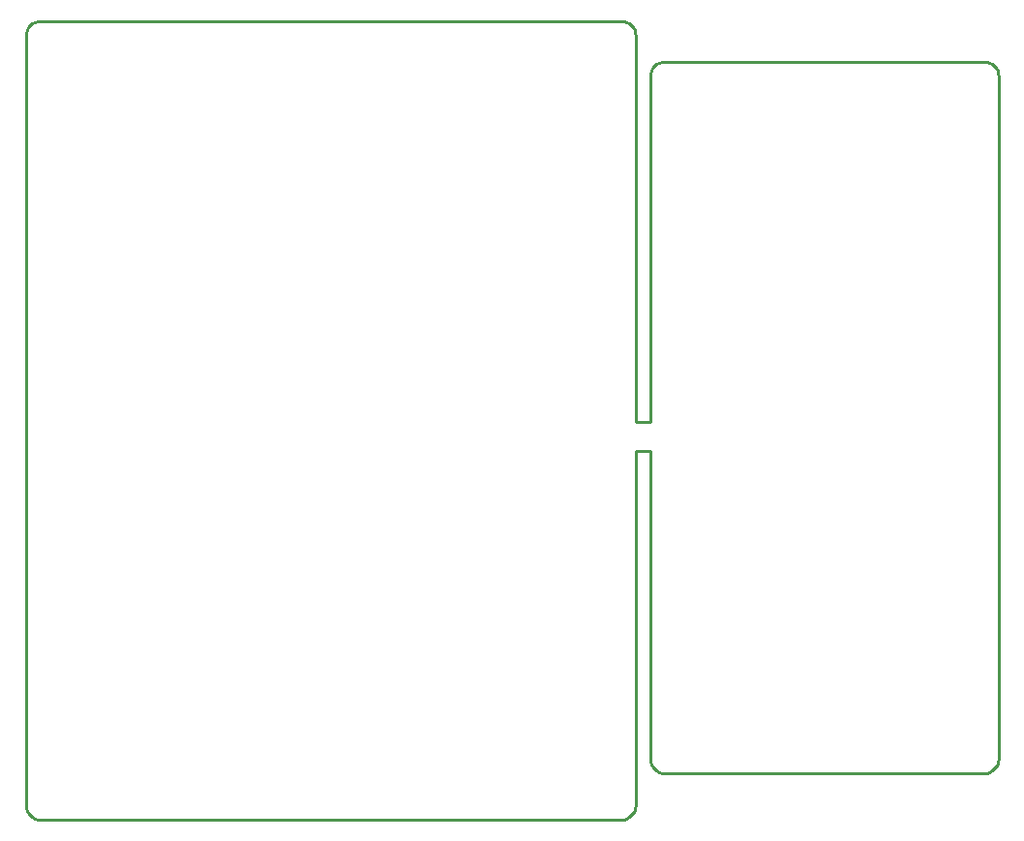
<source format=gko>
G04*
G04 #@! TF.GenerationSoftware,Altium Limited,Altium Designer,21.1.1 (26)*
G04*
G04 Layer_Color=16711935*
%FSLAX25Y25*%
%MOIN*%
G70*
G04*
G04 #@! TF.SameCoordinates,B973CD77-87AE-462C-B300-9D2DE2CD0363*
G04*
G04*
G04 #@! TF.FilePolarity,Positive*
G04*
G01*
G75*
%ADD11C,0.01000*%
D11*
X330000Y16500D02*
X330976Y16596D01*
X331913Y16881D01*
X332778Y17343D01*
X333536Y17965D01*
X334157Y18722D01*
X334619Y19587D01*
X334904Y20525D01*
X335000Y21500D01*
Y256500D02*
X334904Y257475D01*
X334619Y258413D01*
X334157Y259278D01*
X333536Y260035D01*
X332778Y260657D01*
X331913Y261119D01*
X330976Y261404D01*
X330000Y261500D01*
X220000D02*
X219024Y261404D01*
X218087Y261119D01*
X217222Y260657D01*
X216464Y260035D01*
X215843Y259278D01*
X215381Y258413D01*
X215096Y257475D01*
X215000Y256500D01*
Y21500D02*
X215096Y20525D01*
X215381Y19587D01*
X215843Y18722D01*
X216464Y17965D01*
X217222Y17343D01*
X218087Y16881D01*
X219024Y16596D01*
X220000Y16500D01*
X0Y5500D02*
X96Y4524D01*
X381Y3587D01*
X843Y2722D01*
X1464Y1964D01*
X2222Y1343D01*
X3087Y881D01*
X4025Y596D01*
X5000Y500D01*
X205000D02*
X205976Y596D01*
X206913Y881D01*
X207778Y1343D01*
X208536Y1964D01*
X209157Y2722D01*
X209619Y3587D01*
X209904Y4524D01*
X210000Y5500D01*
X5000Y275500D02*
X4025Y275404D01*
X3087Y275119D01*
X2222Y274657D01*
X1464Y274036D01*
X843Y273278D01*
X381Y272413D01*
X96Y271476D01*
X0Y270500D01*
X210000D02*
X209904Y271476D01*
X209619Y272413D01*
X209157Y273278D01*
X208536Y274036D01*
X207778Y274657D01*
X206913Y275119D01*
X205976Y275404D01*
X205000Y275500D01*
X215000Y137500D02*
Y256500D01*
X210000Y137500D02*
X215000D01*
X210000D02*
Y270500D01*
X215000Y21500D02*
Y127500D01*
X210000D02*
X215000D01*
X210000Y5500D02*
Y127500D01*
X220000Y16500D02*
X330000D01*
X335000Y21500D02*
Y256500D01*
X220000Y261500D02*
X330000D01*
X0Y5500D02*
Y270500D01*
X5000Y275500D02*
X205000D01*
X5000Y500D02*
X205000D01*
M02*

</source>
